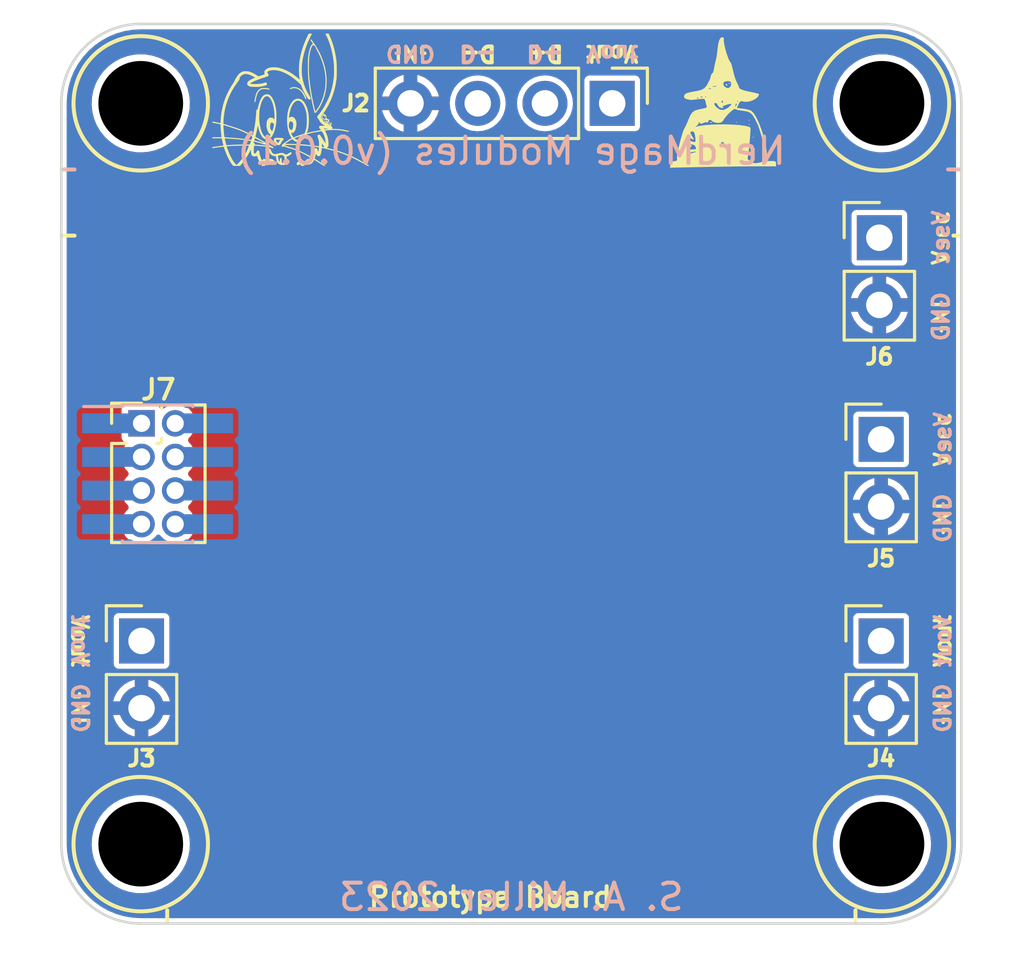
<source format=kicad_pcb>
(kicad_pcb (version 20211014) (generator pcbnew)
  (title_block (title "Prototype Board") (rev "0.0.1") (company "The Nerd Mage"))
  (layers (0 "F.Cu" signal) (31 "B.Cu" signal) (34 "B.Paste" user) (35 "F.Paste" user) (36 "B.SilkS" user "B.Silkscreen") (37 "F.SilkS" user "F.Silkscreen") (38 "B.Mask" user) (39 "F.Mask" user) (44 "Edge.Cuts" user))
  (net 0 "")
  (net 1 "UD+")
  (net 2 "UD-")
  (net 3 "GND")
  (net 4 "Vout")
  (net 9 "SDA")
  (net 10 "SCL")
  (net 11 "RESET")
  (net 12 "ATTACH")
  (net 13 "POWER_OK2")
  (net 14 "POWER_OK3")
  (net 15 "ALERT")
  (net 16 "GPIO")
  (footprint "Tinker:Mount" (layer "F.Cu") (at 114 101)
    (fp_text reference "REF**" hide)
    (fp_text value "Mount" hide)
    (pad "" np_thru_hole circle (at 0 0) (size 3.2 3.2) (drill 3.2) (layers *.Mask))
  )
  (footprint "Tinker:PinHeader_2x04_P1.27mm_Vertical" (layer "F.Cu") (at 86.03 85.095)
    (fp_text reference "J7" (at 0.635 -1.27) (layer "F.SilkS") (effects (font (size 0.75 0.75))))
    (fp_text value "Conn_01x08_Male" hide)
    (pad "1" thru_hole rect (at 0 0) (size 1 1) (drill 0.65) (layers *.Cu *.Mask) (net 11 "RESET"))
    (pad "1" smd rect (at -1.195 0) (size 2.1 0.75) (layers "B.Cu" "B.Paste" "B.Mask") (net 11 "RESET"))
    (pad "2" thru_hole oval (at 1.27 0) (size 1 1) (drill 0.65) (layers *.Cu *.Mask) (net 12 "ATTACH"))
    (pad "2" smd rect (at 2.405 0) (size 2.1 0.75) (layers "B.Cu" "B.Paste" "B.Mask") (net 12 "ATTACH"))
    (pad "3" smd rect (at -1.195 1.27) (size 2.1 0.75) (layers "B.Cu" "B.Paste" "B.Mask") (net 10 "SCL"))
    (pad "3" thru_hole oval (at 0 1.27) (size 1 1) (drill 0.65) (layers *.Cu *.Mask) (net 10 "SCL"))
    (pad "4" thru_hole oval (at 1.27 1.27) (size 1 1) (drill 0.65) (layers *.Cu *.Mask) (net 13 "POWER_OK2"))
    (pad "4" smd rect (at 2.405 1.27) (size 2.1 0.75) (layers "B.Cu" "B.Paste" "B.Mask") (net 13 "POWER_OK2"))
    (pad "5" thru_hole oval (at 0 2.54) (size 1 1) (drill 0.65) (layers *.Cu *.Mask) (net 9 "SDA"))
    (pad "5" smd rect (at -1.195 2.54) (size 2.1 0.75) (layers "B.Cu" "B.Paste" "B.Mask") (net 9 "SDA"))
    (pad "6" smd rect (at 2.405 2.54) (size 2.1 0.75) (layers "B.Cu" "B.Paste" "B.Mask") (net 14 "POWER_OK3"))
    (pad "6" thru_hole oval (at 1.27 2.54) (size 1 1) (drill 0.65) (layers *.Cu *.Mask) (net 14 "POWER_OK3"))
    (pad "7" smd rect (at -1.195 3.81) (size 2.1 0.75) (layers "B.Cu" "B.Paste" "B.Mask") (net 15 "ALERT"))
    (pad "7" thru_hole oval (at 0 3.81) (size 1 1) (drill 0.65) (layers *.Cu *.Mask) (net 15 "ALERT"))
    (pad "8" smd rect (at 2.405 3.81) (size 2.1 0.75) (layers "B.Cu" "B.Paste" "B.Mask") (net 16 "GPIO"))
    (pad "8" thru_hole oval (at 1.27 3.81) (size 1 1) (drill 0.65) (layers *.Cu *.Mask) (net 16 "GPIO"))
  )
  (footprint "Tinker:Mount" (layer "F.Cu") (at 86 101)
    (fp_text reference "REF**" hide)
    (fp_text value "Mount" hide)
    (pad "" np_thru_hole circle (at 0 0) (size 3.2 3.2) (drill 3.2) (layers *.Mask))
  )
  (footprint "Tinker:DagNabbit" (layer "F.Cu") (at 91.4 73.5)
    (fp_text reference "REF**" hide)
    (fp_text value "DagNabbit" hide)
  )
  (footprint "Tinker:PinHeader_1x02_P2.54mm_Vertical" (layer "F.Cu") (at 113.97 93.32)
    (fp_text reference "J4" (at 0 4.44169) (layer "F.SilkS") (effects (font (size 0.6 0.6))))
    (fp_text value "Conn_01x02_Male" hide)
    (pad "1" thru_hole rect (at 0 0) (size 1.7 1.7) (drill 1) (layers *.Cu *.Mask))
    (pad "2" thru_hole oval (at 0 2.54) (size 1.7 1.7) (drill 1) (layers *.Cu *.Mask) (net 3 "GND"))
  )
  (footprint "Tinker:Mount" (layer "F.Cu") (at 114 73)
    (fp_text reference "REF**" hide)
    (fp_text value "Mount" hide)
    (pad "" np_thru_hole circle (at 0 0) (size 3.2 3.2) (drill 3.2) (layers *.Mask))
  )
  (footprint "Tinker:PinHeader_1x02_P2.54mm_Vertical" (layer "F.Cu") (at 86.03 93.32)
    (fp_text reference "J3" (at 0 4.44169) (layer "F.SilkS") (effects (font (size 0.6 0.6))))
    (fp_text value "Conn_01x02_Male" hide)
    (pad "1" thru_hole rect (at 0 0) (size 1.7 1.7) (drill 1) (layers *.Cu *.Mask))
    (pad "2" thru_hole oval (at 0 2.54) (size 1.7 1.7) (drill 1) (layers *.Cu *.Mask) (net 3 "GND"))
  )
  (footprint "Tinker:PinHeader_1x02_P2.54mm_Vertical" (layer "F.Cu") (at 113.902854 78.08)
    (fp_text reference "J6" (at 0 4.495315) (layer "F.SilkS") (effects (font (size 0.6 0.6))))
    (fp_text value "Conn_01x02_Male" hide)
    (pad "1" thru_hole rect (at 0 0) (size 1.7 1.7) (drill 1) (layers *.Cu *.Mask))
    (pad "2" thru_hole oval (at 0 2.54) (size 1.7 1.7) (drill 1) (layers *.Cu *.Mask) (net 3 "GND"))
  )
  (footprint "Tinker:PinHeader_1x02_P2.54mm_Vertical" (layer "F.Cu") (at 113.97 85.7)
    (fp_text reference "J5" (at 0 4.504702) (layer "F.SilkS") (effects (font (size 0.6 0.6))))
    (fp_text value "Conn_01x02_Male" hide)
    (pad "1" thru_hole rect (at 0 0) (size 1.7 1.7) (drill 1) (layers *.Cu *.Mask))
    (pad "2" thru_hole oval (at 0 2.54) (size 1.7 1.7) (drill 1) (layers *.Cu *.Mask) (net 3 "GND"))
  )
  (footprint "Tinker:Mount" (layer "F.Cu") (at 86 73)
    (fp_text reference "REF**" hide)
    (fp_text value "Mount" hide)
    (pad "" np_thru_hole circle (at 0 0) (size 3.2 3.2) (drill 3.2) (layers *.Mask))
  )
  (footprint "Tinker:NerdMage" (layer "F.Cu") (at 108 72.9)
    (fp_text reference "G***" hide)
    (fp_text value "LOGO" hide)
  )
  (footprint "Tinker:PinHeader_1x04_P2.54mm_Vertical" (layer "F.Cu") (at 103.81 73 -90)
    (fp_text reference "J2" (at 0 9.68773) (layer "F.SilkS") (effects (font (size 0.6 0.6))))
    (fp_text value "Conn_01x04_Male" hide)
    (pad "1" thru_hole rect (at 0 0 270) (size 1.7 1.7) (drill 1) (layers *.Cu *.Mask) (net 4 "Vout"))
    (pad "2" thru_hole oval (at 0 2.54 270) (size 1.7 1.7) (drill 1) (layers *.Cu *.Mask) (net 1 "UD+"))
    (pad "3" thru_hole oval (at 0 5.08 270) (size 1.7 1.7) (drill 1) (layers *.Cu *.Mask) (net 2 "UD-"))
    (pad "4" thru_hole oval (at 0 7.62 270) (size 1.7 1.7) (drill 1) (layers *.Cu *.Mask) (net 3 "GND"))
  )
  (gr_line (start 83.1 75.5) (end 83.5 75.5) (layer "B.SilkS") (width 0.15))
  (gr_line (start 116.5 75.5) (end 116.9 75.5) (layer "B.SilkS") (width 0.15))
  (gr_line (start 113 103.9) (end 113 103.5) (layer "F.SilkS") (width 0.15))
  (gr_line (start 83.1 78) (end 83.5 78) (layer "F.SilkS") (width 0.15))
  (gr_line (start 116.7 78) (end 116.9 78) (layer "F.SilkS") (width 0.15))
  (gr_line (start 87 103.9) (end 87 103.5) (layer "F.SilkS") (width 0.15))
  (gr_line (start 117 73) (end 117 101) (layer "Edge.Cuts") (width 0.1))
  (gr_arc (start 86 104) (mid 83.87868 103.12132) (end 83 101) (layer "Edge.Cuts") (width 0.1))
  (gr_arc (start 83 73) (mid 83.87868 70.87868) (end 86 70) (layer "Edge.Cuts") (width 0.1))
  (gr_line (start 86 70) (end 114 70) (layer "Edge.Cuts") (width 0.1))
  (gr_line (start 83 101) (end 83 73) (layer "Edge.Cuts") (width 0.1))
  (gr_arc (start 114 70) (mid 116.12132 70.87868) (end 117 73) (layer "Edge.Cuts") (width 0.1))
  (gr_line (start 86 104) (end 114 104) (layer "Edge.Cuts") (width 0.1))
  (gr_arc (start 117 101) (mid 116.12132 103.12132) (end 114 104) (layer "Edge.Cuts") (width 0.1))
  (gr_text "NerdMage Modules (v0.0.1)" (at 100 74.8) (layer "B.SilkS") (effects (font (size 1 1)) (justify mirror)))
  (gr_text "D+" (at 101.27 71.12 180) (layer "B.SilkS") (effects (font (size 0.6 0.6)) (justify mirror)))
  (gr_text "GND" (at 116.3 88.68 90) (layer "B.SilkS") (effects (font (size 0.6 0.6) (thickness 0.125)) (justify mirror)))
  (gr_text "GND" (at 83.7 95.86 270) (layer "B.SilkS") (effects (font (size 0.6 0.6) (thickness 0.125)) (justify mirror)))
  (gr_text "Vout" (at 116.3 93.32 90) (layer "B.SilkS") (effects (font (size 0.6 0.6) (thickness 0.125)) (justify mirror)))
  (gr_text "GND" (at 116.232854 81.06 90) (layer "B.SilkS") (effects (font (size 0.6 0.6) (thickness 0.125)) (justify mirror)))
  (gr_text "D-" (at 98.73 71.12 180) (layer "B.SilkS") (effects (font (size 0.6 0.6)) (justify mirror)))
  (gr_text "Vout" (at 103.81 71.12 180) (layer "B.SilkS") (effects (font (size 0.6 0.6) (thickness 0.125)) (justify mirror)))
  (gr_text "Vsec" (at 116.3 85.7 90) (layer "B.SilkS") (effects (font (size 0.6 0.6) (thickness 0.125)) (justify mirror)))
  (gr_text "Vsec" (at 116.232854 78.08 90) (layer "B.SilkS") (effects (font (size 0.6 0.6) (thickness 0.125)) (justify mirror)))
  (gr_text "GND" (at 116.3 95.86 90) (layer "B.SilkS") (effects (font (size 0.6 0.6) (thickness 0.125)) (justify mirror)))
  (gr_text "S. A. Miller 2023" (at 100 103) (layer "B.SilkS") (effects (font (size 1 1)) (justify mirror)))
  (gr_text "Vout" (at 83.7 93.32 270) (layer "B.SilkS") (effects (font (size 0.6 0.6) (thickness 0.125)) (justify mirror)))
  (gr_text "GND" (at 96.19 71.12 180) (layer "B.SilkS") (effects (font (size 0.6 0.6) (thickness 0.125)) (justify mirror)))
  (gr_text "Vout" (at 116.3 93.32 90) (layer "F.SilkS") (effects (font (size 0.6 0.6) (thickness 0.125))))
  (gr_text "GND" (at 116.232854 81.06 90) (layer "F.SilkS") (effects (font (size 0.6 0.6) (thickness 0.125))))
  (gr_text "D-" (at 98.73 71.12 180) (layer "F.SilkS") (effects (font (size 0.6 0.6))))
  (gr_text "D+" (at 101.27 71.12 180) (layer "F.SilkS") (effects (font (size 0.6 0.6))))
  (gr_text "GND" (at 116.3 88.68 90) (layer "F.SilkS") (effects (font (size 0.6 0.6) (thickness 0.125))))
  (gr_text "GND" (at 96.19 71.12 180) (layer "F.SilkS") (effects (font (size 0.6 0.6) (thickness 0.125))))
  (gr_text "GND" (at 116.3 95.86 90) (layer "F.SilkS") (effects (font (size 0.6 0.6) (thickness 0.125))))
  (gr_text "GND" (at 83.7 95.86 270) (layer "F.SilkS") (effects (font (size 0.6 0.6) (thickness 0.125))))
  (gr_text "Prototype Board" (at 99.20714 103) (layer "F.SilkS") (effects (font (size 0.75 0.75))))
  (gr_text "Vout" (at 103.81 71.12 180) (layer "F.SilkS") (effects (font (size 0.6 0.6) (thickness 0.125))))
  (gr_text "Vsec" (at 116.3 85.7 90) (layer "F.SilkS") (effects (font (size 0.6 0.6) (thickness 0.125))))
  (gr_text "Vout" (at 83.7 93.32 270) (layer "F.SilkS") (effects (font (size 0.6 0.6) (thickness 0.125))))
  (gr_text "Vsec" (at 116.232854 78.08 90) (layer "F.SilkS") (effects (font (size 0.6 0.6) (thickness 0.125))))
  (zone (net 3) (net_name "GND") (layer "F.Cu") (connect_pads (clearance 0.254)) (min_thickness 0.254) (fill yes (thermal_gap 0.254) (thermal_bridge_width 0.508))
    (polygon (pts (xy 118.582229 104.809465) (xy 81.651499 104.809467) (xy 81.651498 69.584881) (xy 118.582228 69.584879)))
  )
  (zone (net 3) (net_name "GND") (layer "B.Cu") (connect_pads (clearance 0.2)) (min_thickness 0.2) (fill yes (thermal_gap 0.254) (thermal_bridge_width 0.508))
    (polygon (pts (xy 119.380001 105.507005) (xy 80.682697 105.507005) (xy 80.682697 69.09421) (xy 119.380001 69.09421)))
  )
)
</source>
